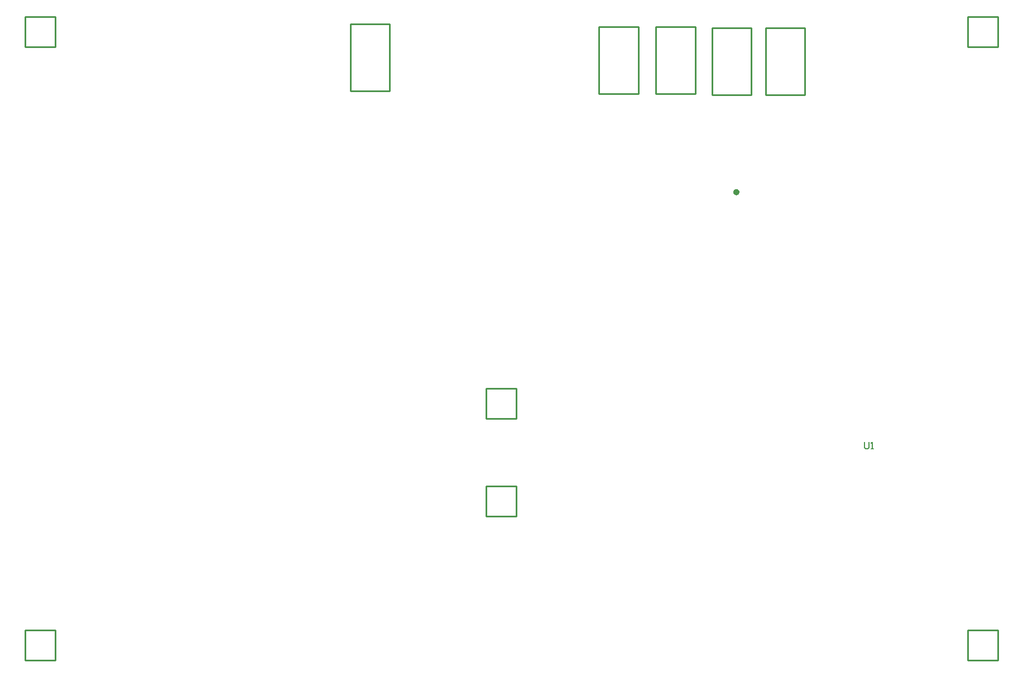
<source format=gm1>
G04*
G04 #@! TF.GenerationSoftware,Altium Limited,Altium Designer,22.6.1 (34)*
G04*
G04 Layer_Color=16711935*
%FSLAX25Y25*%
%MOIN*%
G70*
G04*
G04 #@! TF.SameCoordinates,6A208CF9-6890-4570-AF2D-44DF40791D0C*
G04*
G04*
G04 #@! TF.FilePolarity,Positive*
G04*
G01*
G75*
%ADD13C,0.01000*%
%ADD93C,0.00600*%
G36*
X429749Y282336D02*
X429249D01*
Y282419D01*
X428916D01*
Y282503D01*
X428666D01*
Y282586D01*
X428499D01*
Y282669D01*
X428416D01*
Y282752D01*
X428333D01*
Y282836D01*
X428249D01*
Y282919D01*
X428166D01*
Y283002D01*
X428083D01*
Y283086D01*
X427999D01*
Y283169D01*
X427916D01*
Y283336D01*
X427833D01*
Y283502D01*
X427749D01*
Y283752D01*
X427666D01*
Y284585D01*
X427749D01*
Y284835D01*
X427833D01*
Y285085D01*
X427916D01*
Y285169D01*
X427999D01*
Y285335D01*
X428083D01*
Y285419D01*
X428166D01*
Y285502D01*
X428249D01*
Y285585D01*
X428333D01*
Y285669D01*
X428499D01*
Y285752D01*
X428583D01*
Y285835D01*
X428749D01*
Y285918D01*
X428999D01*
Y286002D01*
X429999D01*
Y285918D01*
X430249D01*
Y285835D01*
X430416D01*
Y285752D01*
X430499D01*
Y285669D01*
X430666D01*
Y285585D01*
X430749D01*
Y285502D01*
X430832D01*
Y285419D01*
X430916D01*
Y285335D01*
X430999D01*
Y285169D01*
X431082D01*
Y285085D01*
X431166D01*
Y284835D01*
X431249D01*
Y284585D01*
X431332D01*
Y283752D01*
X431249D01*
Y283502D01*
X431166D01*
Y283336D01*
X431082D01*
Y283169D01*
X430999D01*
Y283086D01*
X430916D01*
Y283002D01*
X430832D01*
Y282919D01*
X430749D01*
Y282836D01*
X430666D01*
Y282752D01*
X430582D01*
Y282669D01*
X430499D01*
Y282586D01*
X430332D01*
Y282503D01*
X430082D01*
Y282419D01*
X429832D01*
Y282336D01*
X429749D01*
D02*
G37*
D13*
X199000Y344500D02*
Y384500D01*
X222500Y344500D02*
Y384500D01*
X199000Y344500D02*
X222500D01*
X199000Y384500D02*
X222500D01*
X347500Y343000D02*
Y383000D01*
X371000Y343000D02*
Y383000D01*
X347500Y343000D02*
X371000D01*
X347500Y383000D02*
X371000D01*
X381500Y342900D02*
Y382900D01*
X405000Y342900D02*
Y382900D01*
X381500Y342900D02*
X405000D01*
X381500Y382900D02*
X405000D01*
X415000Y342400D02*
Y382400D01*
X438500Y342400D02*
Y382400D01*
X415000Y342400D02*
X438500D01*
X415000Y382400D02*
X438500D01*
X447000Y342400D02*
Y382400D01*
X470500Y342400D02*
Y382400D01*
X447000Y342400D02*
X470500D01*
X447000Y382400D02*
X470500D01*
X567772Y370921D02*
X585772D01*
X567772Y388921D02*
X585772D01*
Y370921D02*
Y388921D01*
X567772Y370921D02*
Y388921D01*
X280000Y149000D02*
Y167000D01*
X298000Y149000D02*
Y167000D01*
X280000D02*
X298000D01*
X280000Y149000D02*
X298000D01*
X280000Y90500D02*
Y108500D01*
X298000Y90500D02*
Y108500D01*
X280000D02*
X298000D01*
X280000Y90500D02*
X298000D01*
X4780Y4780D02*
Y22780D01*
X22780Y4780D02*
Y22780D01*
X4780D02*
X22780D01*
X4780Y4780D02*
X22780D01*
X567772D02*
Y22780D01*
X585772Y4780D02*
Y22780D01*
X567772D02*
X585772D01*
X567772Y4780D02*
X585772D01*
X4780Y370921D02*
Y388921D01*
X22780Y370921D02*
Y388921D01*
X4780D02*
X22780D01*
X4780Y370921D02*
X22780D01*
D93*
X505949Y134849D02*
Y131517D01*
X506615Y130850D01*
X507948D01*
X508615Y131517D01*
Y134849D01*
X509947Y130850D02*
X511280D01*
X510614D01*
Y134849D01*
X509947Y134183D01*
M02*

</source>
